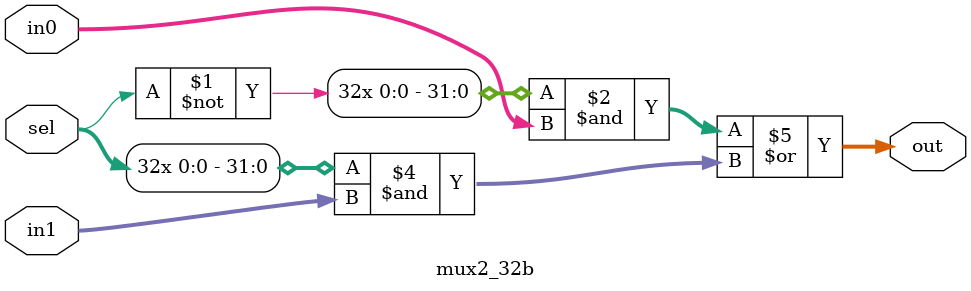
<source format=v>
module mux2_32b(
  input  [31:0] in0, in1,
  input  sel,
  output [31:0] out
);

assign out = ({32{sel==1'b0}} & in0)//Èç¹ûmemtoregÊÇ0£¬Ð´ÈëALUµÄÊä³ö
           | ({32{sel==1'b1}} & in1);//Èç¹ûmemtoregÊÇ1£¬Ð´Èë´æ´¢Æ÷µÄ³£Êý1
        
endmodule
</source>
